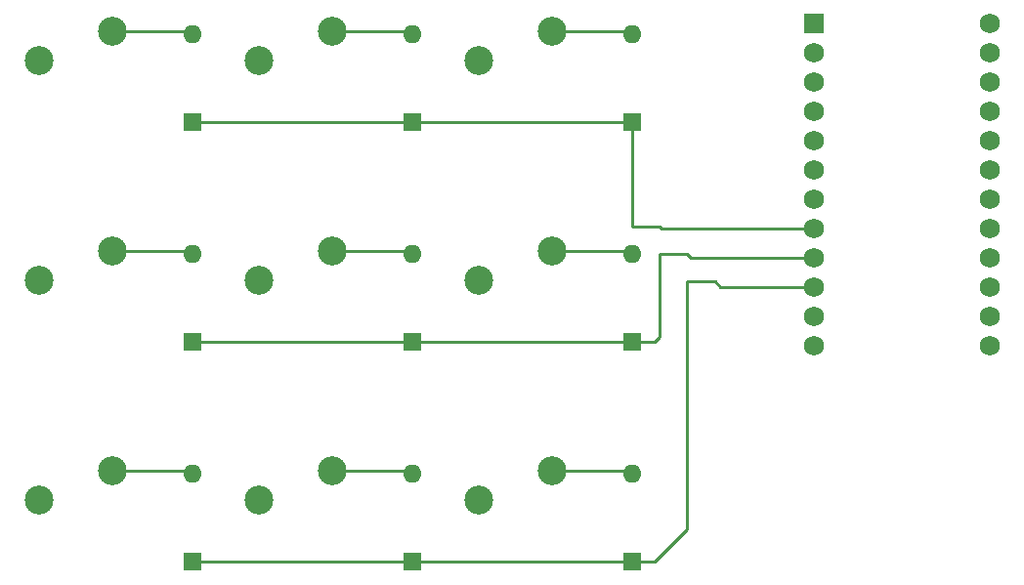
<source format=gbr>
%TF.GenerationSoftware,KiCad,Pcbnew,8.0.1*%
%TF.CreationDate,2024-04-28T14:26:27+12:00*%
%TF.ProjectId,v1,76312e6b-6963-4616-945f-706362585858,rev?*%
%TF.SameCoordinates,Original*%
%TF.FileFunction,Copper,L1,Top*%
%TF.FilePolarity,Positive*%
%FSLAX46Y46*%
G04 Gerber Fmt 4.6, Leading zero omitted, Abs format (unit mm)*
G04 Created by KiCad (PCBNEW 8.0.1) date 2024-04-28 14:26:27*
%MOMM*%
%LPD*%
G01*
G04 APERTURE LIST*
%TA.AperFunction,ComponentPad*%
%ADD10C,2.500000*%
%TD*%
%TA.AperFunction,ComponentPad*%
%ADD11R,1.752600X1.752600*%
%TD*%
%TA.AperFunction,ComponentPad*%
%ADD12C,1.752600*%
%TD*%
%TA.AperFunction,ComponentPad*%
%ADD13R,1.600000X1.600000*%
%TD*%
%TA.AperFunction,ComponentPad*%
%ADD14O,1.600000X1.600000*%
%TD*%
%TA.AperFunction,Conductor*%
%ADD15C,0.250000*%
%TD*%
G04 APERTURE END LIST*
D10*
%TO.P,S7,1,1*%
%TO.N,Column 0*%
X124460000Y-111760000D03*
%TO.P,S7,2,2*%
%TO.N,Net-(D7-A)*%
X130810000Y-109220000D03*
%TD*%
D11*
%TO.P,U1,1,TX0/PD3*%
%TO.N,unconnected-(U1-TX0{slash}PD3-Pad1)*%
X191611250Y-70485000D03*
D12*
%TO.P,U1,2,RX1/PD2*%
%TO.N,unconnected-(U1-RX1{slash}PD2-Pad2)*%
X191611250Y-73025000D03*
%TO.P,U1,3,GND*%
%TO.N,unconnected-(U1-GND-Pad3)*%
X191611250Y-75565000D03*
%TO.P,U1,4,GND*%
%TO.N,unconnected-(U1-GND-Pad4)*%
X191611250Y-78105000D03*
%TO.P,U1,5,2/PD1*%
%TO.N,Column 0*%
X191611250Y-80645000D03*
%TO.P,U1,6,3/PD0*%
%TO.N,Column 1*%
X191611250Y-83185000D03*
%TO.P,U1,7,4/PD4*%
%TO.N,Column 2*%
X191611250Y-85725000D03*
%TO.P,U1,8,5/PC6*%
%TO.N,Row 0*%
X191611250Y-88265000D03*
%TO.P,U1,9,6/PD7*%
%TO.N,Row 1*%
X191611250Y-90805000D03*
%TO.P,U1,10,7/PE6*%
%TO.N,Row 2*%
X191611250Y-93345000D03*
%TO.P,U1,11,8/PB4*%
%TO.N,unconnected-(U1-8{slash}PB4-Pad11)*%
X191611250Y-95885000D03*
%TO.P,U1,12,9/PB5*%
%TO.N,unconnected-(U1-9{slash}PB5-Pad12)*%
X191611250Y-98425000D03*
%TO.P,U1,13,10/PB6*%
%TO.N,unconnected-(U1-10{slash}PB6-Pad13)*%
X206851250Y-98425000D03*
%TO.P,U1,14,16/PB2*%
%TO.N,unconnected-(U1-16{slash}PB2-Pad14)*%
X206851250Y-95885000D03*
%TO.P,U1,15,14/PB3*%
%TO.N,unconnected-(U1-14{slash}PB3-Pad15)*%
X206851250Y-93345000D03*
%TO.P,U1,16,15/PB1*%
%TO.N,unconnected-(U1-15{slash}PB1-Pad16)*%
X206851250Y-90805000D03*
%TO.P,U1,17,A0/PF7*%
%TO.N,unconnected-(U1-A0{slash}PF7-Pad17)*%
X206851250Y-88265000D03*
%TO.P,U1,18,A1/PF6*%
%TO.N,unconnected-(U1-A1{slash}PF6-Pad18)*%
X206851250Y-85725000D03*
%TO.P,U1,19,A2/PF5*%
%TO.N,unconnected-(U1-A2{slash}PF5-Pad19)*%
X206851250Y-83185000D03*
%TO.P,U1,20,A3/PF4*%
%TO.N,unconnected-(U1-A3{slash}PF4-Pad20)*%
X206851250Y-80645000D03*
%TO.P,U1,21,VCC*%
%TO.N,unconnected-(U1-VCC-Pad21)*%
X206851250Y-78105000D03*
%TO.P,U1,22,RST*%
%TO.N,unconnected-(U1-RST-Pad22)*%
X206851250Y-75565000D03*
%TO.P,U1,23,GND*%
%TO.N,unconnected-(U1-GND-Pad23)*%
X206851250Y-73025000D03*
%TO.P,U1,24,RAW*%
%TO.N,unconnected-(U1-RAW-Pad24)*%
X206851250Y-70485000D03*
%TD*%
D10*
%TO.P,S5,1,1*%
%TO.N,Column 1*%
X143510000Y-92710000D03*
%TO.P,S5,2,2*%
%TO.N,Net-(D5-A)*%
X149860000Y-90170000D03*
%TD*%
%TO.P,S4,1,1*%
%TO.N,Column 0*%
X124460000Y-92710000D03*
%TO.P,S4,2,2*%
%TO.N,Net-(D4-A)*%
X130810000Y-90170000D03*
%TD*%
%TO.P,S1,1,1*%
%TO.N,Column 0*%
X124460000Y-73660000D03*
%TO.P,S1,2,2*%
%TO.N,Net-(D1-A)*%
X130810000Y-71120000D03*
%TD*%
%TO.P,S3,1,1*%
%TO.N,Column 2*%
X162560000Y-73660000D03*
%TO.P,S3,2,2*%
%TO.N,Net-(D3-A)*%
X168910000Y-71120000D03*
%TD*%
%TO.P,S6,1,1*%
%TO.N,Column 2*%
X162560000Y-92710000D03*
%TO.P,S6,2,2*%
%TO.N,Net-(D6-A)*%
X168910000Y-90170000D03*
%TD*%
%TO.P,S2,1,1*%
%TO.N,Column 1*%
X143510000Y-73660000D03*
%TO.P,S2,2,2*%
%TO.N,Net-(D2-A)*%
X149860000Y-71120000D03*
%TD*%
%TO.P,S8,1,1*%
%TO.N,Column 1*%
X143510000Y-111760000D03*
%TO.P,S8,2,2*%
%TO.N,Net-(D8-A)*%
X149860000Y-109220000D03*
%TD*%
%TO.P,S9,1,1*%
%TO.N,Column 2*%
X162560000Y-111760000D03*
%TO.P,S9,2,2*%
%TO.N,Net-(D9-A)*%
X168910000Y-109220000D03*
%TD*%
D13*
%TO.P,D8,1,K*%
%TO.N,Row 2*%
X156845000Y-117157500D03*
D14*
%TO.P,D8,2,A*%
%TO.N,Net-(D8-A)*%
X156845000Y-109537500D03*
%TD*%
D13*
%TO.P,D5,1,K*%
%TO.N,Row 1*%
X156845000Y-98107500D03*
D14*
%TO.P,D5,2,A*%
%TO.N,Net-(D5-A)*%
X156845000Y-90487500D03*
%TD*%
D13*
%TO.P,D4,1,K*%
%TO.N,Row 1*%
X137795000Y-98107500D03*
D14*
%TO.P,D4,2,A*%
%TO.N,Net-(D4-A)*%
X137795000Y-90487500D03*
%TD*%
D13*
%TO.P,D2,1,K*%
%TO.N,Row 0*%
X156845000Y-79057500D03*
D14*
%TO.P,D2,2,A*%
%TO.N,Net-(D2-A)*%
X156845000Y-71437500D03*
%TD*%
D13*
%TO.P,D6,1,K*%
%TO.N,Row 1*%
X175895000Y-98107500D03*
D14*
%TO.P,D6,2,A*%
%TO.N,Net-(D6-A)*%
X175895000Y-90487500D03*
%TD*%
D13*
%TO.P,D9,1,K*%
%TO.N,Row 2*%
X175895000Y-117157500D03*
D14*
%TO.P,D9,2,A*%
%TO.N,Net-(D9-A)*%
X175895000Y-109537500D03*
%TD*%
D13*
%TO.P,D7,1,K*%
%TO.N,Row 2*%
X137795000Y-117157500D03*
D14*
%TO.P,D7,2,A*%
%TO.N,Net-(D7-A)*%
X137795000Y-109537500D03*
%TD*%
D13*
%TO.P,D3,1,K*%
%TO.N,Row 0*%
X175895000Y-79057500D03*
D14*
%TO.P,D3,2,A*%
%TO.N,Net-(D3-A)*%
X175895000Y-71437500D03*
%TD*%
D13*
%TO.P,D1,1,K*%
%TO.N,Row 0*%
X137795000Y-79057500D03*
D14*
%TO.P,D1,2,A*%
%TO.N,Net-(D1-A)*%
X137795000Y-71437500D03*
%TD*%
D15*
%TO.N,Row 0*%
X178435000Y-88265000D02*
X191452500Y-88265000D01*
X175895000Y-88106250D02*
X178276250Y-88106250D01*
X178276250Y-88106250D02*
X178435000Y-88265000D01*
X137795000Y-79057500D02*
X175895000Y-79057500D01*
X175895000Y-79057500D02*
X175895000Y-88106250D01*
%TO.N,Net-(D1-A)*%
X137477500Y-71120000D02*
X137795000Y-71437500D01*
X130810000Y-71120000D02*
X137477500Y-71120000D01*
%TO.N,Net-(D2-A)*%
X149860000Y-71120000D02*
X156527500Y-71120000D01*
X156527500Y-71120000D02*
X156845000Y-71437500D01*
%TO.N,Net-(D3-A)*%
X175577500Y-71120000D02*
X175895000Y-71437500D01*
X168910000Y-71120000D02*
X175577500Y-71120000D01*
%TO.N,Row 1*%
X180975000Y-90805000D02*
X191452500Y-90805000D01*
X178276250Y-90487500D02*
X180657500Y-90487500D01*
X180657500Y-90487500D02*
X180975000Y-90805000D01*
X175895000Y-98107500D02*
X177800000Y-98107500D01*
X177800000Y-98107500D02*
X178276250Y-97631250D01*
X137795000Y-98107500D02*
X175895000Y-98107500D01*
X178276250Y-97631250D02*
X178276250Y-90487500D01*
%TO.N,Net-(D4-A)*%
X137477500Y-90170000D02*
X137795000Y-90487500D01*
X130810000Y-90170000D02*
X137477500Y-90170000D01*
%TO.N,Net-(D5-A)*%
X156527500Y-90170000D02*
X156845000Y-90487500D01*
X149860000Y-90170000D02*
X156527500Y-90170000D01*
%TO.N,Net-(D6-A)*%
X175577500Y-90170000D02*
X175895000Y-90487500D01*
X168910000Y-90170000D02*
X175577500Y-90170000D01*
%TO.N,Net-(D7-A)*%
X130810000Y-109220000D02*
X137477500Y-109220000D01*
X137477500Y-109220000D02*
X137795000Y-109537500D01*
%TO.N,Row 2*%
X177800000Y-117157500D02*
X180657500Y-114300000D01*
X175895000Y-117157500D02*
X177800000Y-117157500D01*
X180657500Y-92868750D02*
X183038750Y-92868750D01*
X183515000Y-93345000D02*
X191452500Y-93345000D01*
X183038750Y-92868750D02*
X183515000Y-93345000D01*
X137795000Y-117157500D02*
X175895000Y-117157500D01*
X180657500Y-114300000D02*
X180657500Y-92868750D01*
%TO.N,Net-(D8-A)*%
X149860000Y-109220000D02*
X156527500Y-109220000D01*
X156527500Y-109220000D02*
X156845000Y-109537500D01*
%TO.N,Net-(D9-A)*%
X175577500Y-109220000D02*
X175895000Y-109537500D01*
X168910000Y-109220000D02*
X175577500Y-109220000D01*
%TD*%
M02*

</source>
